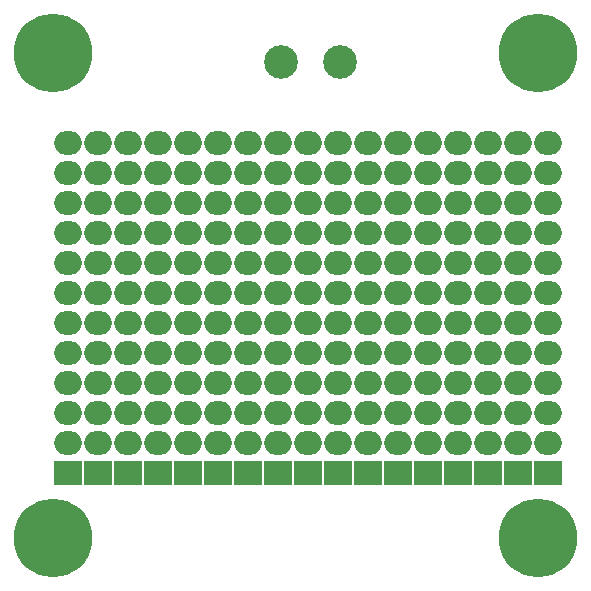
<source format=gbs>
G04 #@! TF.FileFunction,Soldermask,Bot*
%FSLAX46Y46*%
G04 Gerber Fmt 4.6, Leading zero omitted, Abs format (unit mm)*
G04 Created by KiCad (PCBNEW 4.0.1-stable) date 10/1/2016 10:42:31 PM*
%MOMM*%
G01*
G04 APERTURE LIST*
%ADD10C,0.150000*%
%ADD11C,6.654800*%
%ADD12C,2.844800*%
%ADD13R,2.336800X2.032000*%
%ADD14O,2.336800X2.032000*%
G04 APERTURE END LIST*
D10*
D11*
X14000000Y-55000000D03*
X55000000Y-55000000D03*
X55000000Y-14000000D03*
X14000000Y-14000000D03*
D12*
X33274000Y-14732000D03*
X38274000Y-14732000D03*
D13*
X15240000Y-49530000D03*
D14*
X15240000Y-46990000D03*
X15240000Y-44450000D03*
X15240000Y-41910000D03*
X15240000Y-39370000D03*
X15240000Y-36830000D03*
X15240000Y-34290000D03*
X15240000Y-31750000D03*
X15240000Y-29210000D03*
X15240000Y-26670000D03*
X15240000Y-24130000D03*
X15240000Y-21590000D03*
D13*
X17780000Y-49530000D03*
D14*
X17780000Y-46990000D03*
X17780000Y-44450000D03*
X17780000Y-41910000D03*
X17780000Y-39370000D03*
X17780000Y-36830000D03*
X17780000Y-34290000D03*
X17780000Y-31750000D03*
X17780000Y-29210000D03*
X17780000Y-26670000D03*
X17780000Y-24130000D03*
X17780000Y-21590000D03*
D13*
X20320000Y-49530000D03*
D14*
X20320000Y-46990000D03*
X20320000Y-44450000D03*
X20320000Y-41910000D03*
X20320000Y-39370000D03*
X20320000Y-36830000D03*
X20320000Y-34290000D03*
X20320000Y-31750000D03*
X20320000Y-29210000D03*
X20320000Y-26670000D03*
X20320000Y-24130000D03*
X20320000Y-21590000D03*
D13*
X22860000Y-49530000D03*
D14*
X22860000Y-46990000D03*
X22860000Y-44450000D03*
X22860000Y-41910000D03*
X22860000Y-39370000D03*
X22860000Y-36830000D03*
X22860000Y-34290000D03*
X22860000Y-31750000D03*
X22860000Y-29210000D03*
X22860000Y-26670000D03*
X22860000Y-24130000D03*
X22860000Y-21590000D03*
D13*
X25400000Y-49530000D03*
D14*
X25400000Y-46990000D03*
X25400000Y-44450000D03*
X25400000Y-41910000D03*
X25400000Y-39370000D03*
X25400000Y-36830000D03*
X25400000Y-34290000D03*
X25400000Y-31750000D03*
X25400000Y-29210000D03*
X25400000Y-26670000D03*
X25400000Y-24130000D03*
X25400000Y-21590000D03*
D13*
X27940000Y-49530000D03*
D14*
X27940000Y-46990000D03*
X27940000Y-44450000D03*
X27940000Y-41910000D03*
X27940000Y-39370000D03*
X27940000Y-36830000D03*
X27940000Y-34290000D03*
X27940000Y-31750000D03*
X27940000Y-29210000D03*
X27940000Y-26670000D03*
X27940000Y-24130000D03*
X27940000Y-21590000D03*
D13*
X35560000Y-49530000D03*
D14*
X35560000Y-46990000D03*
X35560000Y-44450000D03*
X35560000Y-41910000D03*
X35560000Y-39370000D03*
X35560000Y-36830000D03*
X35560000Y-34290000D03*
X35560000Y-31750000D03*
X35560000Y-29210000D03*
X35560000Y-26670000D03*
X35560000Y-24130000D03*
X35560000Y-21590000D03*
D13*
X33020000Y-49530000D03*
D14*
X33020000Y-46990000D03*
X33020000Y-44450000D03*
X33020000Y-41910000D03*
X33020000Y-39370000D03*
X33020000Y-36830000D03*
X33020000Y-34290000D03*
X33020000Y-31750000D03*
X33020000Y-29210000D03*
X33020000Y-26670000D03*
X33020000Y-24130000D03*
X33020000Y-21590000D03*
D13*
X40640000Y-49530000D03*
D14*
X40640000Y-46990000D03*
X40640000Y-44450000D03*
X40640000Y-41910000D03*
X40640000Y-39370000D03*
X40640000Y-36830000D03*
X40640000Y-34290000D03*
X40640000Y-31750000D03*
X40640000Y-29210000D03*
X40640000Y-26670000D03*
X40640000Y-24130000D03*
X40640000Y-21590000D03*
D13*
X43180000Y-49530000D03*
D14*
X43180000Y-46990000D03*
X43180000Y-44450000D03*
X43180000Y-41910000D03*
X43180000Y-39370000D03*
X43180000Y-36830000D03*
X43180000Y-34290000D03*
X43180000Y-31750000D03*
X43180000Y-29210000D03*
X43180000Y-26670000D03*
X43180000Y-24130000D03*
X43180000Y-21590000D03*
D13*
X30480000Y-49530000D03*
D14*
X30480000Y-46990000D03*
X30480000Y-44450000D03*
X30480000Y-41910000D03*
X30480000Y-39370000D03*
X30480000Y-36830000D03*
X30480000Y-34290000D03*
X30480000Y-31750000D03*
X30480000Y-29210000D03*
X30480000Y-26670000D03*
X30480000Y-24130000D03*
X30480000Y-21590000D03*
D13*
X38100000Y-49530000D03*
D14*
X38100000Y-46990000D03*
X38100000Y-44450000D03*
X38100000Y-41910000D03*
X38100000Y-39370000D03*
X38100000Y-36830000D03*
X38100000Y-34290000D03*
X38100000Y-31750000D03*
X38100000Y-29210000D03*
X38100000Y-26670000D03*
X38100000Y-24130000D03*
X38100000Y-21590000D03*
D13*
X45720000Y-49530000D03*
D14*
X45720000Y-46990000D03*
X45720000Y-44450000D03*
X45720000Y-41910000D03*
X45720000Y-39370000D03*
X45720000Y-36830000D03*
X45720000Y-34290000D03*
X45720000Y-31750000D03*
X45720000Y-29210000D03*
X45720000Y-26670000D03*
X45720000Y-24130000D03*
X45720000Y-21590000D03*
D13*
X48260000Y-49530000D03*
D14*
X48260000Y-46990000D03*
X48260000Y-44450000D03*
X48260000Y-41910000D03*
X48260000Y-39370000D03*
X48260000Y-36830000D03*
X48260000Y-34290000D03*
X48260000Y-31750000D03*
X48260000Y-29210000D03*
X48260000Y-26670000D03*
X48260000Y-24130000D03*
X48260000Y-21590000D03*
D13*
X50800000Y-49530000D03*
D14*
X50800000Y-46990000D03*
X50800000Y-44450000D03*
X50800000Y-41910000D03*
X50800000Y-39370000D03*
X50800000Y-36830000D03*
X50800000Y-34290000D03*
X50800000Y-31750000D03*
X50800000Y-29210000D03*
X50800000Y-26670000D03*
X50800000Y-24130000D03*
X50800000Y-21590000D03*
D13*
X53340000Y-49530000D03*
D14*
X53340000Y-46990000D03*
X53340000Y-44450000D03*
X53340000Y-41910000D03*
X53340000Y-39370000D03*
X53340000Y-36830000D03*
X53340000Y-34290000D03*
X53340000Y-31750000D03*
X53340000Y-29210000D03*
X53340000Y-26670000D03*
X53340000Y-24130000D03*
X53340000Y-21590000D03*
D13*
X55880000Y-49530000D03*
D14*
X55880000Y-46990000D03*
X55880000Y-44450000D03*
X55880000Y-41910000D03*
X55880000Y-39370000D03*
X55880000Y-36830000D03*
X55880000Y-34290000D03*
X55880000Y-31750000D03*
X55880000Y-29210000D03*
X55880000Y-26670000D03*
X55880000Y-24130000D03*
X55880000Y-21590000D03*
M02*

</source>
